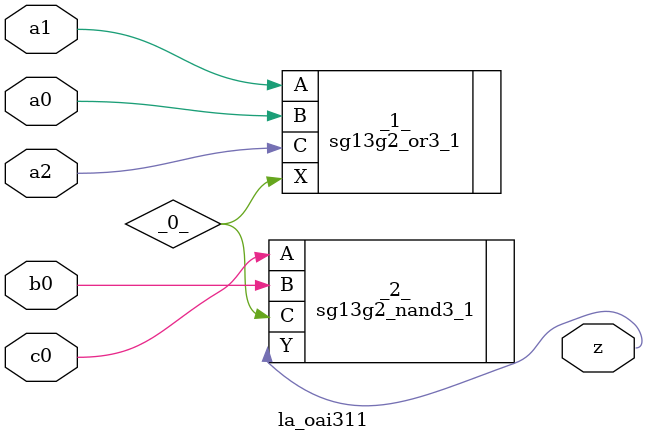
<source format=v>

/* Generated by Yosys 0.40+33 (git sha1 cd1fb8b15, g++ 11.4.0-1ubuntu1~22.04 -fPIC -Os) */

module la_oai311(a0, a1, a2, b0, c0, z);
  wire _0_;
  input a0;
  wire a0;
  input a1;
  wire a1;
  input a2;
  wire a2;
  input b0;
  wire b0;
  input c0;
  wire c0;
  output z;
  wire z;
  sg13g2_or3_1 _1_ (
    .A(a1),
    .B(a0),
    .C(a2),
    .X(_0_)
  );
  sg13g2_nand3_1 _2_ (
    .A(c0),
    .B(b0),
    .C(_0_),
    .Y(z)
  );
endmodule

</source>
